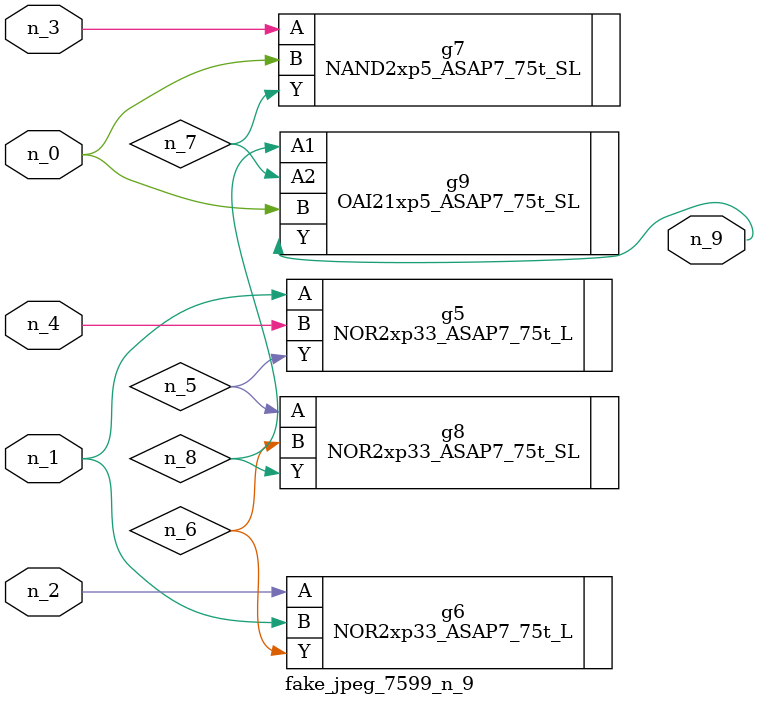
<source format=v>
module fake_jpeg_7599_n_9 (n_3, n_2, n_1, n_0, n_4, n_9);

input n_3;
input n_2;
input n_1;
input n_0;
input n_4;

output n_9;

wire n_8;
wire n_6;
wire n_5;
wire n_7;

NOR2xp33_ASAP7_75t_L g5 ( 
.A(n_1),
.B(n_4),
.Y(n_5)
);

NOR2xp33_ASAP7_75t_L g6 ( 
.A(n_2),
.B(n_1),
.Y(n_6)
);

NAND2xp5_ASAP7_75t_SL g7 ( 
.A(n_3),
.B(n_0),
.Y(n_7)
);

NOR2xp33_ASAP7_75t_SL g8 ( 
.A(n_5),
.B(n_6),
.Y(n_8)
);

OAI21xp5_ASAP7_75t_SL g9 ( 
.A1(n_8),
.A2(n_7),
.B(n_0),
.Y(n_9)
);


endmodule
</source>
